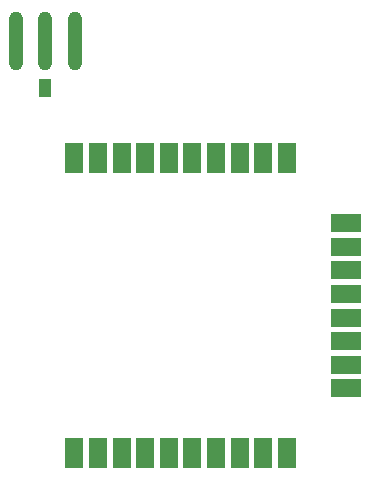
<source format=gbp>
G04 Layer_Color=128*
%FSLAX25Y25*%
%MOIN*%
G70*
G01*
G75*
%ADD42R,0.03937X0.05905*%
%ADD43O,0.04724X0.19685*%
%ADD44R,0.09842X0.05905*%
%ADD45R,0.05905X0.09842*%
D42*
X-166142Y169685D02*
D03*
D43*
X-156299Y185433D02*
D03*
X-175984D02*
D03*
X-166142D02*
D03*
D44*
X-65945Y124803D02*
D03*
Y116929D02*
D03*
Y109055D02*
D03*
Y101181D02*
D03*
Y93307D02*
D03*
Y85433D02*
D03*
Y77559D02*
D03*
Y69685D02*
D03*
D45*
X-85630Y146653D02*
D03*
X-93504D02*
D03*
X-101378D02*
D03*
X-109252D02*
D03*
X-117126D02*
D03*
X-125000D02*
D03*
X-132874D02*
D03*
X-140748D02*
D03*
X-148622D02*
D03*
X-156496D02*
D03*
X-85630Y48228D02*
D03*
X-93504D02*
D03*
X-101378D02*
D03*
X-109252D02*
D03*
X-117126D02*
D03*
X-125000D02*
D03*
X-132874D02*
D03*
X-140748D02*
D03*
X-148622D02*
D03*
X-156496D02*
D03*
M02*

</source>
